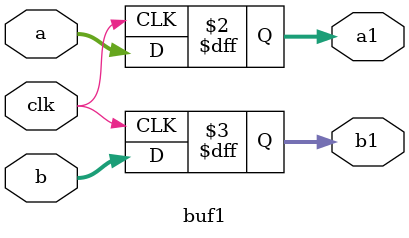
<source format=v>
`timescale 1ns / 1ps
module buf1(
    input [23:0] a,
    input [23:0] b,
    input clk,
    output reg [23:0] a1,
    output reg [23:0] b1
    );

always @(posedge clk) begin
a1<=a;
b1<=b;
end

endmodule

</source>
